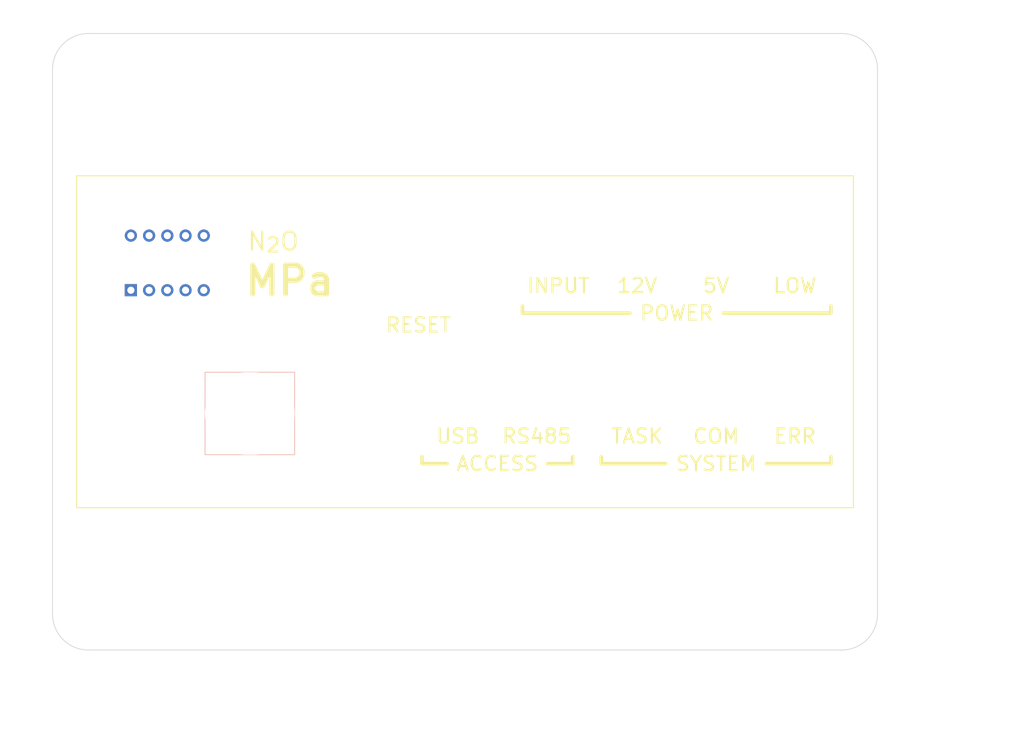
<source format=kicad_pcb>
(kicad_pcb (version 20221018) (generator pcbnew)
  (layers (0 "F.Cu" signal) (31 "B.Cu" signal) (34 "B.Paste" user) (35 "F.Paste" user) (36 "B.SilkS" user "B.Silkscreen") (37 "F.SilkS" user "F.Silkscreen") (38 "B.Mask" user) (39 "F.Mask" user) (44 "Edge.Cuts" user))
  (net 0 "")
  (footprint "MountingHole:MountingHole_6mm" (layer "F.Cu") (at 189.85 95.9)
    (fp_text reference "REF**" hide)
    (fp_text value "MountingHole_6mm" hide)
    (pad "" np_thru_hole circle (at 0 0) (size 7 7) (drill 7) (layers "F&B.Cu" "*.Mask"))
  )
  (footprint "MountingHole:MountingHole_5mm" (layer "F.Cu") (at 196.35 51.9)
    (fp_text reference "REF**" hide)
    (fp_text value "MountingHole_5mm" hide)
    (pad "" np_thru_hole circle (at 0 0) (size 5 5) (drill 5) (layers "*.Cu" "*.Mask"))
  )
  (footprint "MountingHole:MountingHole_6mm" (layer "F.Cu") (at 189.85 74.9)
    (fp_text reference "REF**" hide)
    (fp_text value "MountingHole_6mm" hide)
    (pad "" np_thru_hole circle (at 0 0) (size 7 7) (drill 7) (layers "*.Cu" "*.Mask"))
  )
  (footprint "MountingHole:MountingHole_6mm" (layer "F.Cu") (at 178.85 95.9)
    (fp_text reference "REF**" hide)
    (fp_text value "MountingHole_6mm" hide)
    (pad "" np_thru_hole circle (at 0 0) (size 7 7) (drill 7) (layers "*.Cu" "*.Mask"))
  )
  (footprint "Display_7Segment:Sx39-1xxxxx" (layer "F.Cu") (at 97.27 82.71 90)
    (fp_text reference "REF**" hide)
    (fp_text value "Sx39-1xxxxx" hide)
    (pad "1" thru_hole rect (at 0 0 90) (size 1.7 1.7) (drill 1) (layers "*.Cu" "*.Mask"))
    (pad "2" thru_hole circle (at 0 2.54 90) (size 1.7 1.7) (drill 1) (layers "*.Cu" "*.Mask"))
    (pad "3" thru_hole circle (at 0 5.08 90) (size 1.7 1.7) (drill 1) (layers "*.Cu" "*.Mask"))
    (pad "4" thru_hole circle (at 0 7.62 90) (size 1.7 1.7) (drill 1) (layers "*.Cu" "*.Mask"))
    (pad "5" thru_hole circle (at 0 10.16 90) (size 1.7 1.7) (drill 1) (layers "*.Cu" "*.Mask"))
    (pad "6" thru_hole circle (at 7.62 10.16 90) (size 1.7 1.7) (drill 1) (layers "*.Cu" "*.Mask"))
    (pad "7" thru_hole circle (at 7.62 7.62 90) (size 1.7 1.7) (drill 1) (layers "*.Cu" "*.Mask"))
    (pad "8" thru_hole circle (at 7.62 5.08 90) (size 1.7 1.7) (drill 1) (layers "*.Cu" "*.Mask"))
    (pad "9" thru_hole circle (at 7.62 2.54 90) (size 1.7 1.7) (drill 1) (layers "*.Cu" "*.Mask"))
    (pad "10" thru_hole circle (at 7.62 0 90) (size 1.7 1.7) (drill 1) (layers "*.Cu" "*.Mask"))
  )
  (footprint "MountingHole:MountingHole_6mm" (layer "F.Cu") (at 178.85 74.9)
    (fp_text reference "REF**" hide)
    (fp_text value "MountingHole_6mm" hide)
    (pad "" np_thru_hole circle (at 0 0) (size 7 7) (drill 7) (layers "*.Cu" "*.Mask"))
  )
  (footprint "MountingHole:MountingHole_6mm" (layer "F.Cu") (at 113.85 99.9)
    (fp_text reference "REF**" hide)
    (fp_text value "MountingHole_6mm" hide)
    (fp_rect (start -6.25 -5.75) (end 6.25 5.75) (stroke (width 0.1)) (fill none) (layer "B.SilkS"))
    (pad "" np_thru_hole circle (at -13 0) (size 3 3) (drill 3) (layers "F&B.Cu" "*.Mask"))
    (pad "" np_thru_hole oval (at 0 0) (size 12.5 11.5) (drill oval 12.5 11.5) (layers "F&B.Cu" "*.Mask"))
    (pad "" np_thru_hole circle (at 13 0) (size 3 3) (drill 3) (layers "F&B.Cu" "*.Mask"))
  )
  (footprint "MountingHole:MountingHole_6mm" (layer "F.Cu") (at 167.85 95.9)
    (fp_text reference "REF**" hide)
    (fp_text value "MountingHole_6mm" hide)
    (pad "" np_thru_hole circle (at 0 0) (size 7 7) (drill 7) (layers "*.Cu" "*.Mask"))
  )
  (footprint "MountingHole:MountingHole_5mm" (layer "F.Cu") (at 196.35 127.9)
    (fp_text reference "REF**" hide)
    (fp_text value "MountingHole_5mm" hide)
    (pad "" np_thru_hole circle (at 0 0) (size 5 5) (drill 5) (layers "*.Cu" "*.Mask"))
  )
  (footprint "MountingHole:MountingHole_5mm" (layer "F.Cu") (at 91.35 51.9)
    (fp_text reference "REF**" hide)
    (fp_text value "MountingHole_5mm" hide)
    (pad "" np_thru_hole circle (at 0 0) (size 5 5) (drill 5) (layers "*.Cu" "*.Mask"))
  )
  (footprint "MountingHole:MountingHole_6mm" (layer "F.Cu") (at 156.85 74.9)
    (fp_text reference "REF**" hide)
    (fp_text value "MountingHole_6mm" hide)
    (pad "" np_thru_hole circle (at 0 0) (size 7 7) (drill 7) (layers "*.Cu" "*.Mask"))
  )
  (footprint "MountingHole:MountingHole_6mm" (layer "F.Cu") (at 167.85 74.9)
    (fp_text reference "REF**" hide)
    (fp_text value "MountingHole_6mm" hide)
    (pad "" np_thru_hole circle (at 0 0) (size 7 7) (drill 7) (layers "*.Cu" "*.Mask"))
  )
  (footprint "MountingHole:MountingHole_6mm" (layer "F.Cu") (at 142.85 95.9)
    (fp_text reference "REF**" hide)
    (fp_text value "MountingHole_6mm" hide)
    (pad "" np_thru_hole circle (at 0 0) (size 7 7) (drill 7) (layers "*.Cu" "*.Mask"))
  )
  (footprint "MountingHole:MountingHole_5mm" (layer "F.Cu") (at 143.85 127.9)
    (fp_text reference "REF**" hide)
    (fp_text value "MountingHole_5mm" hide)
    (pad "" np_thru_hole circle (at 0 0) (size 5 5) (drill 5) (layers "*.Cu" "*.Mask"))
  )
  (footprint "MountingHole:MountingHole_6mm" (layer "F.Cu") (at 137.35 76.4)
    (fp_text reference "REF**" hide)
    (fp_text value "MountingHole_6mm" hide)
    (pad "" np_thru_hole circle (at 0 0) (size 12 12) (drill 12) (layers "F&B.Cu" "*.Mask"))
  )
  (footprint "MountingHole:MountingHole_6mm" (layer "F.Cu") (at 153.85 95.9)
    (fp_text reference "REF**" hide)
    (fp_text value "MountingHole_6mm" hide)
    (pad "" np_thru_hole circle (at 0 0) (size 7 7) (drill 7) (layers "*.Cu" "*.Mask"))
  )
  (footprint "MountingHole:MountingHole_5mm" (layer "F.Cu") (at 143.85 51.9)
    (fp_text reference "REF**" hide)
    (fp_text value "MountingHole_5mm" hide)
    (pad "" np_thru_hole circle (at 0 0) (size 5 5) (drill 5) (layers "*.Cu" "*.Mask"))
  )
  (footprint "MountingHole:MountingHole_5mm" (layer "F.Cu") (at 91.35 127.9)
    (fp_text reference "REF**" hide)
    (fp_text value "MountingHole_5mm" hide)
    (pad "" np_thru_hole circle (at 0 0) (size 5 5) (drill 5) (layers "*.Cu" "*.Mask"))
  )
  (gr_line (start 194.85 85.9) (end 179.85 85.9) (stroke (width 0.5)) (layer "F.SilkS"))
  (gr_rect (start 89.7 66.75) (end 198 113.05) (stroke (width 0.15)) (fill none) (layer "F.SilkS"))
  (gr_line (start 151.85 85.9) (end 151.85 84.9) (stroke (width 0.5)) (layer "F.SilkS"))
  (gr_line (start 194.85 106.9) (end 194.85 105.9) (stroke (width 0.5)) (layer "F.SilkS"))
  (gr_line (start 158.85 106.9) (end 158.85 105.9) (stroke (width 0.5)) (layer "F.SilkS"))
  (gr_line (start 158.85 106.9) (end 155.35 106.9) (stroke (width 0.5)) (layer "F.SilkS"))
  (gr_line (start 171.85 106.9) (end 162.85 106.9) (stroke (width 0.5)) (layer "F.SilkS"))
  (gr_line (start 194.85 85.9) (end 194.85 84.9) (stroke (width 0.5)) (layer "F.SilkS"))
  (gr_line (start 166.85 85.9) (end 151.85 85.9) (stroke (width 0.5)) (layer "F.SilkS"))
  (gr_line (start 194.85 106.9) (end 185.85 106.9) (stroke (width 0.5)) (layer "F.SilkS"))
  (gr_line (start 137.85 106.9) (end 137.85 105.9) (stroke (width 0.5)) (layer "F.SilkS"))
  (gr_line (start 141.35 106.9) (end 137.85 106.9) (stroke (width 0.5)) (layer "F.SilkS"))
  (gr_line (start 162.85 106.9) (end 162.85 105.9) (stroke (width 0.5)) (layer "F.SilkS"))
  (gr_arc (start 91.35 132.9) (mid 87.814466 131.435534) (end 86.35 127.9) (stroke (width 0.1)) (layer "Edge.Cuts"))
  (gr_arc (start 86.35 51.9) (mid 87.814466 48.364466) (end 91.35 46.9) (stroke (width 0.1)) (layer "Edge.Cuts"))
  (gr_line (start 86.35 127.9) (end 86.35 51.9) (stroke (width 0.1)) (layer "Edge.Cuts"))
  (gr_line (start 201.35 51.9) (end 201.35 127.9) (stroke (width 0.1)) (layer "Edge.Cuts"))
  (gr_arc (start 201.35 127.9) (mid 199.885534 131.435534) (end 196.35 132.9) (stroke (width 0.1)) (layer "Edge.Cuts"))
  (gr_line (start 196.35 132.9) (end 91.35 132.9) (stroke (width 0.1)) (layer "Edge.Cuts"))
  (gr_arc (start 196.35 46.9) (mid 199.885534 48.364466) (end 201.35 51.9) (stroke (width 0.1)) (layer "Edge.Cuts"))
  (gr_line (start 91.35 46.9) (end 196.35 46.9) (stroke (width 0.1)) (layer "Edge.Cuts"))
  (gr_text "INPUT" (at 156.85 80.9) (layer "F.SilkS") (effects (font (size 2 2) (thickness 0.3)) (justify top)))
  (gr_text "COM" (at 178.85 101.9) (layer "F.SilkS") (effects (font (size 2 2) (thickness 0.3)) (justify top)))
  (gr_text "USB" (at 142.85 101.9) (layer "F.SilkS") (effects (font (size 2 2) (thickness 0.3)) (justify top)))
  (gr_text "SYSTEM" (at 178.85 106.9) (layer "F.SilkS") (effects (font (size 2 2) (thickness 0.3))))
  (gr_text "POWER" (at 173.35 85.9) (layer "F.SilkS") (effects (font (size 2 2) (thickness 0.3))))
  (gr_text "RS485" (at 153.85 101.9) (layer "F.SilkS") (effects (font (size 2 2) (thickness 0.3)) (justify top)))
  (gr_text "MPa" (at 112.85 81.4) (layer "F.SilkS") (effects (font (size 4 4) (thickness 0.7)) (justify left)))
  (gr_text "RESET" (at 137.35 86.4) (layer "F.SilkS") (effects (font (size 2 2) (thickness 0.3)) (justify top)))
  (gr_text "ERR" (at 189.85 101.9) (layer "F.SilkS") (effects (font (size 2 2) (thickness 0.3)) (justify top)))
  (gr_text "5V" (at 178.85 80.9) (layer "F.SilkS") (effects (font (size 2 2) (thickness 0.3)) (justify top)))
  (gr_text "ACCESS" (at 148.35 106.9) (layer "F.SilkS") (effects (font (size 2 2) (thickness 0.3))))
  (gr_text "N_{2}O" (at 113.35 75.9) (layer "F.SilkS") (effects (font (size 2.5 2.5) (thickness 0.3)) (justify left)))
  (gr_text "TASK" (at 167.85 101.9) (layer "F.SilkS") (effects (font (size 2 2) (thickness 0.3)) (justify top)))
  (gr_text "12V" (at 167.85 80.9) (layer "F.SilkS") (effects (font (size 2 2) (thickness 0.3)) (justify top)))
  (gr_text "LOW" (at 189.85 80.9) (layer "F.SilkS") (effects (font (size 2 2) (thickness 0.3)) (justify top)))
)
</source>
